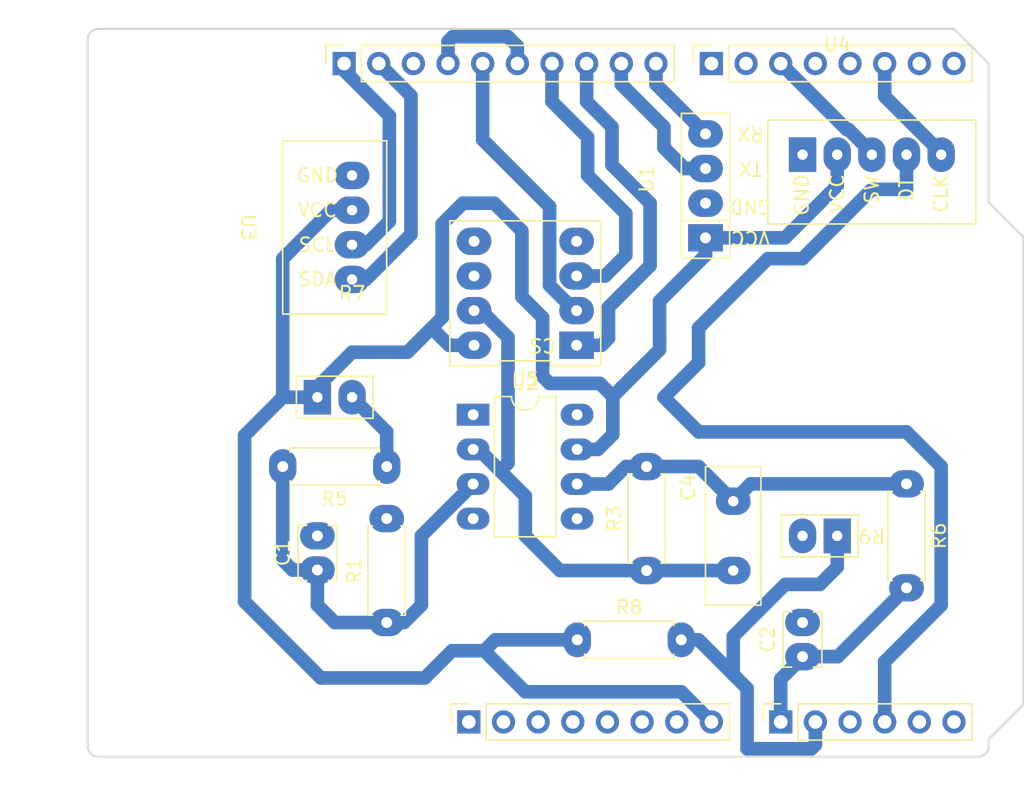
<source format=kicad_pcb>
(kicad_pcb (version 20221018) (generator pcbnew)
  (title_block (date "mar. 31 mars 2015"))
  (layers (0 "F.Cu" signal) (31 "B.Cu" signal) (34 "B.Paste" user) (35 "F.Paste" user) (36 "B.SilkS" user "B.Silkscreen") (37 "F.SilkS" user "F.Silkscreen") (38 "B.Mask" user) (39 "F.Mask" user) (44 "Edge.Cuts" user))
  (net 0 "")
  (net 1 "GND")
  (net 2 "Net-(U2-+)")
  (net 3 "+5V")
  (net 4 "/IOREF")
  (net 5 "/A0")
  (net 6 "/A1")
  (net 7 "/A2")
  (net 8 "Net-(U2-OUT)")
  (net 9 "/SDA{slash}A4")
  (net 10 "/SCL{slash}A5")
  (net 11 "/SCLK")
  (net 12 "/AREF")
  (net 13 "/SDO")
  (net 14 "/7")
  (net 15 "/TX")
  (net 16 "/RX")
  (net 17 "/CS")
  (net 19 "/SW")
  (net 20 "/*6")
  (net 21 "/DT")
  (net 22 "/TX{slash}1")
  (net 23 "/*3")
  (net 24 "/RX{slash}0")
  (net 25 "+3V3")
  (net 26 "VCC")
  (net 27 "/~{RESET}")
  (net 28 "/CLK")
  (net 29 "unconnected-(J4-Pin_4-Pad4)")
  (net 30 "Net-(R5-Pad1)")
  (net 33 "/POB")
  (net 34 "/SCL")
  (net 35 "/SDA")
  (footprint "Connector_PinSocket_2.54mm:PinSocket_1x08_P2.54mm_Vertical" (layer "F.Cu") (at 127.94 97.46 90)
    (fp_text reference "J1" hide)
    (fp_text value "Power")
    (fp_line (start -1.33 1.27) (end -1.33 19.11) (stroke (width 0.12)) (layer "F.SilkS"))
    (fp_line (start -1.33 1.27) (end 1.33 1.27) (stroke (width 0.12)) (layer "F.SilkS"))
    (fp_line (start -1.33 19.11) (end 1.33 19.11) (stroke (width 0.12)) (layer "F.SilkS"))
    (fp_line (start 0 -1.33) (end 1.33 -1.33) (stroke (width 0.12)) (layer "F.SilkS"))
    (fp_line (start 1.33 -1.33) (end 1.33 0) (stroke (width 0.12)) (layer "F.SilkS"))
    (fp_line (start 1.33 1.27) (end 1.33 19.11) (stroke (width 0.12)) (layer "F.SilkS"))
    (pad "1" thru_hole rect locked (at 0 0 90) (size 1.7 1.7) (drill 1) (layers "*.Cu" "*.Mask"))
    (pad "2" thru_hole oval locked (at 0 2.54 90) (size 1.7 1.7) (drill 1) (layers "*.Cu" "*.Mask") (net 4 "/IOREF"))
    (pad "3" thru_hole oval locked (at 0 5.08 90) (size 1.7 1.7) (drill 1) (layers "*.Cu" "*.Mask") (net 27 "/~{RESET}"))
    (pad "4" thru_hole oval locked (at 0 7.62 90) (size 1.7 1.7) (drill 1) (layers "*.Cu" "*.Mask") (net 25 "+3V3"))
    (pad "5" thru_hole oval locked (at 0 10.16 90) (size 1.7 1.7) (drill 1) (layers "*.Cu" "*.Mask") (net 3 "+5V"))
    (pad "6" thru_hole oval locked (at 0 12.7 90) (size 1.7 1.7) (drill 1) (layers "*.Cu" "*.Mask") (net 1 "GND"))
    (pad "7" thru_hole oval locked (at 0 15.24 90) (size 1.7 1.7) (drill 1) (layers "*.Cu" "*.Mask") (net 1 "GND"))
    (pad "8" thru_hole oval locked (at 0 17.78 90) (size 1.7 1.7) (drill 1) (layers "*.Cu" "*.Mask") (net 26 "VCC"))
  )
  (footprint "Connector_PinSocket_2.54mm:PinSocket_1x06_P2.54mm_Vertical" (layer "F.Cu") (at 150.8 97.46 90)
    (fp_text reference "J3" hide)
    (fp_text value "Analog")
    (fp_line (start -1.33 1.27) (end -1.33 14.03) (stroke (width 0.12)) (layer "F.SilkS"))
    (fp_line (start -1.33 1.27) (end 1.33 1.27) (stroke (width 0.12)) (layer "F.SilkS"))
    (fp_line (start -1.33 14.03) (end 1.33 14.03) (stroke (width 0.12)) (layer "F.SilkS"))
    (fp_line (start 0 -1.33) (end 1.33 -1.33) (stroke (width 0.12)) (layer "F.SilkS"))
    (fp_line (start 1.33 -1.33) (end 1.33 0) (stroke (width 0.12)) (layer "F.SilkS"))
    (fp_line (start 1.33 1.27) (end 1.33 14.03) (stroke (width 0.12)) (layer "F.SilkS"))
    (pad "1" thru_hole rect locked (at 0 0 90) (size 1.7 1.7) (drill 1) (layers "*.Cu" "*.Mask") (net 5 "/A0"))
    (pad "2" thru_hole oval locked (at 0 2.54 90) (size 1.7 1.7) (drill 1) (layers "*.Cu" "*.Mask") (net 6 "/A1"))
    (pad "3" thru_hole oval locked (at 0 5.08 90) (size 1.7 1.7) (drill 1) (layers "*.Cu" "*.Mask") (net 7 "/A2"))
    (pad "4" thru_hole oval locked (at 0 7.62 90) (size 1.7 1.7) (drill 1) (layers "*.Cu" "*.Mask") (net 21 "/DT"))
    (pad "5" thru_hole oval locked (at 0 10.16 90) (size 1.7 1.7) (drill 1) (layers "*.Cu" "*.Mask") (net 9 "/SDA{slash}A4"))
    (pad "6" thru_hole oval locked (at 0 12.7 90) (size 1.7 1.7) (drill 1) (layers "*.Cu" "*.Mask") (net 10 "/SCL{slash}A5"))
  )
  (footprint "Connector_PinSocket_2.54mm:PinSocket_1x10_P2.54mm_Vertical" (layer "F.Cu") (at 118.796 49.2 90)
    (fp_text reference "J2" hide)
    (fp_text value "Digital/PWM")
    (fp_line (start -1.33 1.27) (end -1.33 24.19) (stroke (width 0.12)) (layer "F.SilkS"))
    (fp_line (start -1.33 1.27) (end 1.33 1.27) (stroke (width 0.12)) (layer "F.SilkS"))
    (fp_line (start -1.33 24.19) (end 1.33 24.19) (stroke (width 0.12)) (layer "F.SilkS"))
    (fp_line (start 0 -1.33) (end 1.33 -1.33) (stroke (width 0.12)) (layer "F.SilkS"))
    (fp_line (start 1.33 -1.33) (end 1.33 0) (stroke (width 0.12)) (layer "F.SilkS"))
    (fp_line (start 1.33 1.27) (end 1.33 24.19) (stroke (width 0.12)) (layer "F.SilkS"))
    (pad "1" thru_hole rect locked (at 0 0 90) (size 1.7 1.7) (drill 1) (layers "*.Cu" "*.Mask") (net 34 "/SCL"))
    (pad "2" thru_hole oval locked (at 0 2.54 90) (size 1.7 1.7) (drill 1) (layers "*.Cu" "*.Mask") (net 35 "/SDA"))
    (pad "3" thru_hole oval locked (at 0 5.08 90) (size 1.7 1.7) (drill 1) (layers "*.Cu" "*.Mask") (net 12 "/AREF"))
    (pad "4" thru_hole oval locked (at 0 7.62 90) (size 1.7 1.7) (drill 1) (layers "*.Cu" "*.Mask") (net 1 "GND"))
    (pad "5" thru_hole oval locked (at 0 10.16 90) (size 1.7 1.7) (drill 1) (layers "*.Cu" "*.Mask") (net 11 "/SCLK"))
    (pad "6" thru_hole oval locked (at 0 12.7 90) (size 1.7 1.7) (drill 1) (layers "*.Cu" "*.Mask") (net 1 "GND"))
    (pad "7" thru_hole oval locked (at 0 15.24 90) (size 1.7 1.7) (drill 1) (layers "*.Cu" "*.Mask") (net 13 "/SDO"))
    (pad "8" thru_hole oval locked (at 0 17.78 90) (size 1.7 1.7) (drill 1) (layers "*.Cu" "*.Mask") (net 17 "/CS"))
    (pad "9" thru_hole oval locked (at 0 20.32 90) (size 1.7 1.7) (drill 1) (layers "*.Cu" "*.Mask") (net 15 "/TX"))
    (pad "10" thru_hole oval locked (at 0 22.86 90) (size 1.7 1.7) (drill 1) (layers "*.Cu" "*.Mask") (net 16 "/RX"))
  )
  (footprint "Connector_PinSocket_2.54mm:PinSocket_1x08_P2.54mm_Vertical" (layer "F.Cu") (at 145.72 49.2 90)
    (fp_text reference "J4" hide)
    (fp_text value "Digital/PWM")
    (fp_line (start -1.33 1.27) (end -1.33 19.11) (stroke (width 0.12)) (layer "F.SilkS"))
    (fp_line (start -1.33 1.27) (end 1.33 1.27) (stroke (width 0.12)) (layer "F.SilkS"))
    (fp_line (start -1.33 19.11) (end 1.33 19.11) (stroke (width 0.12)) (layer "F.SilkS"))
    (fp_line (start 0 -1.33) (end 1.33 -1.33) (stroke (width 0.12)) (layer "F.SilkS"))
    (fp_line (start 1.33 -1.33) (end 1.33 0) (stroke (width 0.12)) (layer "F.SilkS"))
    (fp_line (start 1.33 1.27) (end 1.33 19.11) (stroke (width 0.12)) (layer "F.SilkS"))
    (pad "1" thru_hole rect locked (at 0 0 90) (size 1.7 1.7) (drill 1) (layers "*.Cu" "*.Mask") (net 14 "/7"))
    (pad "2" thru_hole oval locked (at 0 2.54 90) (size 1.7 1.7) (drill 1) (layers "*.Cu" "*.Mask") (net 20 "/*6"))
    (pad "3" thru_hole oval locked (at 0 5.08 90) (size 1.7 1.7) (drill 1) (layers "*.Cu" "*.Mask") (net 19 "/SW"))
    (pad "4" thru_hole oval locked (at 0 7.62 90) (size 1.7 1.7) (drill 1) (layers "*.Cu" "*.Mask") (net 29 "unconnected-(J4-Pin_4-Pad4)"))
    (pad "5" thru_hole oval locked (at 0 10.16 90) (size 1.7 1.7) (drill 1) (layers "*.Cu" "*.Mask") (net 23 "/*3"))
    (pad "6" thru_hole oval locked (at 0 12.7 90) (size 1.7 1.7) (drill 1) (layers "*.Cu" "*.Mask") (net 28 "/CLK"))
    (pad "7" thru_hole oval locked (at 0 15.24 90) (size 1.7 1.7) (drill 1) (layers "*.Cu" "*.Mask") (net 22 "/TX{slash}1"))
    (pad "8" thru_hole oval locked (at 0 17.78 90) (size 1.7 1.7) (drill 1) (layers "*.Cu" "*.Mask") (net 24 "/RX{slash}0"))
  )
  (footprint "Empreinte_Capteur:Flex_sensor" (layer "F.Cu") (at 119.38 71.12)
    (fp_text reference "R7" (at 0 -5.08 unlocked) (layer "F.SilkS"))
    (fp_text value "cap_graph")
    (fp_rect (start -4.08 1) (end 1.54 4.08) (stroke (width 0.12)) (fill none) (layer "F.SilkS"))
    (pad "1" thru_hole rect (at -2.54 2.54) (size 2 2.54) (drill 0.762) (layers "*.Cu" "*.Mask") (net 26 "VCC"))
    (pad "2" thru_hole oval (at 0 2.54) (size 2 2.54) (drill 0.762) (layers "*.Cu" "*.Mask") (net 30 "Net-(R5-Pad1)"))
  )
  (footprint "Empreinte_Capteur:Resistance" (layer "F.Cu") (at 160.02 80.01 -90)
    (fp_text reference "R6" (at 3.81 -2.37 -90) (layer "F.SilkS"))
    (fp_text value "1k")
    (fp_line (start 0.54 -1.37) (end 7.08 -1.37) (stroke (width 0.12)) (layer "F.SilkS"))
    (fp_line (start 0.54 -1.04) (end 0.54 -1.37) (stroke (width 0.12)) (layer "F.SilkS"))
    (fp_line (start 0.54 1.04) (end 0.54 1.37) (stroke (width 0.12)) (layer "F.SilkS"))
    (fp_line (start 0.54 1.37) (end 7.08 1.37) (stroke (width 0.12)) (layer "F.SilkS"))
    (fp_line (start 7.08 -1.37) (end 7.08 -1.04) (stroke (width 0.12)) (layer "F.SilkS"))
    (fp_line (start 7.08 1.37) (end 7.08 1.04) (stroke (width 0.12)) (layer "F.SilkS"))
    (pad "1" thru_hole oval (at 0 0 270) (size 2 2.54) (drill 0.8) (layers "*.Cu" "*.Mask") (net 8 "Net-(U2-OUT)"))
    (pad "2" thru_hole oval (at 7.62 0 270) (size 2 2.54) (drill 0.8) (layers "*.Cu" "*.Mask") (net 5 "/A0"))
  )
  (footprint "Arduino_MountingHole:MountingHole_3.2mm" (layer "F.Cu") (at 115.24 49.2)
    (fp_text reference "MH1" hide)
    (fp_text value "MountingHole_3.2mm" hide)
    (pad "" np_thru_hole circle locked (at 0 0) (size 3.2 3.2) (drill 3.2) (layers "*.Cu" "*.Mask"))
  )
  (footprint "Empreinte_Capteur:C4" (layer "F.Cu") (at 144.78 83.82 90)
    (fp_text reference "C4" (at 3.556 -0.762 90 unlocked) (layer "F.SilkS"))
    (fp_text value "1µ")
    (fp_rect (start -5.08 0.508) (end 5.08 4.572) (stroke (width 0.12)) (fill none) (layer "F.SilkS"))
    (pad "1" thru_hole oval (at -2.54 2.54 90) (size 2 2.54) (drill 0.762) (layers "*.Cu" "*.Mask") (net 33 "/POB"))
    (pad "2" thru_hole oval (at 2.54 2.54 90) (size 2 2.54) (drill 0.762) (layers "*.Cu" "*.Mask") (net 8 "Net-(U2-OUT)"))
  )
  (footprint "Empreinte_Capteur:Bluetooth_4pattes" (layer "F.Cu") (at 145.288 58.166 90)
    (fp_text reference "U1" (at 0.508 -4.318 90) (layer "F.SilkS"))
    (fp_text value "Bluetooth")
    (fp_text user "TX" (at 1.27 3.302 180 unlocked) (layer "F.SilkS"))
    (fp_text user "RX" (at 3.81 3.302 180 unlocked) (layer "F.SilkS"))
    (fp_text user "VCC" (at -3.81 3.302 180 unlocked) (layer "F.SilkS"))
    (fp_text user "GND" (at -1.524 3.302 180 unlocked) (layer "F.SilkS"))
    (fp_line (start -5.31 -1.77) (end 5.31 -1.77) (stroke (width 0.12)) (layer "F.SilkS"))
    (fp_line (start -5.31 1.77) (end -5.31 -1.77) (stroke (width 0.12)) (layer "F.SilkS"))
    (fp_line (start -2.54 -1.77) (end -2.54 1.77) (stroke (width 0.12)) (layer "F.SilkS"))
    (fp_line (start 5.31 -1.77) (end 5.31 1.77) (stroke (width 0.12)) (layer "F.SilkS"))
    (fp_line (start 5.31 1.77) (end -5.31 1.77) (stroke (width 0.12)) (layer "F.SilkS"))
    (pad "1" thru_hole rect (at -3.81 0 90) (size 2 2.54) (drill 0.8) (layers "*.Cu" "*.Mask") (net 26 "VCC"))
    (pad "2" thru_hole oval (at -1.27 0 90) (size 2 2.54) (drill 0.8) (layers "*.Cu" "*.Mask") (net 1 "GND"))
    (pad "3" thru_hole oval (at 1.27 0 90) (size 2 2.54) (drill 0.8) (layers "*.Cu" "*.Mask") (net 15 "/TX"))
    (pad "4" thru_hole oval (at 3.81 0 90) (size 2 2.54) (drill 0.8) (layers "*.Cu" "*.Mask") (net 16 "/RX"))
  )
  (footprint "Empreinte_Capteur:Flex_sensor" (layer "F.Cu") (at 152.4 86.36 180)
    (fp_text reference "R9" (at -5.08 2.54 180 unlocked) (layer "F.SilkS"))
    (fp_text value "Flex Sensor")
    (fp_rect (start -4.08 1) (end 1.54 4.08) (stroke (width 0.12)) (fill none) (layer "F.SilkS"))
    (pad "1" thru_hole rect (at -2.54 2.54 180) (size 2 2.54) (drill 0.762) (layers "*.Cu" "*.Mask") (net 6 "/A1"))
    (pad "2" thru_hole oval (at 0 2.54 180) (size 2 2.54) (drill 0.762) (layers "*.Cu" "*.Mask") (net 1 "GND"))
  )
  (footprint "Empreinte_Capteur:Pot_Digital" (layer "F.Cu") (at 132.08 66.04 90)
    (fp_text reference "U5" (at -6.31 0) (layer "F.SilkS"))
    (fp_text value "Digital_potentiometer")
    (fp_text user "CS" (at -3.81 1.27 180 unlocked) (layer "F.SilkS"))
    (fp_line (start -5.31 -5.53) (end -5.31 -1.843333) (stroke (width 0.12)) (layer "F.SilkS"))
    (fp_line (start -5.31 -1.843333) (end -4.95 -1.843333) (stroke (width 0.12)) (layer "F.SilkS"))
    (fp_line (start -5.31 1.843333) (end -5.31 5.53) (stroke (width 0.12)) (layer "F.SilkS"))
    (fp_line (start -5.31 5.53) (end 5.31 5.53) (stroke (width 0.12)) (layer "F.SilkS"))
    (fp_line (start -4.95 -1.843333) (end -4.95 1.843333) (stroke (width 0.12)) (layer "F.SilkS"))
    (fp_line (start -4.95 1.843333) (end -5.31 1.843333) (stroke (width 0.12)) (layer "F.SilkS"))
    (fp_line (start 5.31 -5.53) (end -5.31 -5.53) (stroke (width 0.12)) (layer "F.SilkS"))
    (fp_line (start 5.31 5.53) (end 5.31 -5.53) (stroke (width 0.12)) (layer "F.SilkS"))
    (pad "1" thru_hole rect (at -3.81 3.76 90) (size 2 2.54) (drill 0.8) (layers "*.Cu" "*.Mask") (net 17 "/CS"))
    (pad "2" thru_hole oval (at -1.27 3.76 90) (size 2 2.54) (drill 0.8) (layers "*.Cu" "*.Mask") (net 11 "/SCLK"))
    (pad "3" thru_hole oval (at 1.27 3.76 90) (size 2 2.54) (drill 0.8) (layers "*.Cu" "*.Mask") (net 13 "/SDO"))
    (pad "4" thru_hole oval (at 3.81 3.76 90) (size 2 2.54) (drill 0.8) (layers "*.Cu" "*.Mask") (net 1 "GND"))
    (pad "5" thru_hole oval (at 3.81 -3.76 90) (size 2 2.54) (drill 0.8) (layers "*.Cu" "*.Mask") (net 1 "GND"))
    (pad "6" thru_hole oval (at 1.27 -3.76 90) (size 2 2.54) (drill 0.8) (layers "*.Cu" "*.Mask") (net 1 "GND"))
    (pad "7" thru_hole oval (at -1.27 -3.76 90) (size 2 2.54) (drill 0.8) (layers "*.Cu" "*.Mask") (net 33 "/POB"))
    (pad "8" thru_hole oval (at -3.81 -3.76 90) (size 2 2.54) (drill 0.8) (layers "*.Cu" "*.Mask") (net 26 "VCC"))
  )
  (footprint "Empreinte_Capteur:capa" (layer "F.Cu") (at 152.4 92.67 90)
    (fp_text reference "C2" (at 1.25 -2.55 90) (layer "F.SilkS"))
    (fp_text value "100n")
    (fp_line (start -0.77 -1.42) (end -0.77 -0.795) (stroke (width 0.12)) (layer "F.SilkS"))
    (fp_line (start -0.77 -1.42) (end 3.27 -1.42) (stroke (width 0.12)) (layer "F.SilkS"))
    (fp_line (start -0.77 0.795) (end -0.77 1.42) (stroke (width 0.12)) (layer "F.SilkS"))
    (fp_line (start -0.77 1.42) (end 3.27 1.42) (stroke (width 0.12)) (layer "F.SilkS"))
    (fp_line (start 3.27 -1.42) (end 3.27 -0.795) (stroke (width 0.12)) (layer "F.SilkS"))
    (fp_line (start 3.27 0.795) (end 3.27 1.42) (stroke (width 0.12)) (layer "F.SilkS"))
    (pad "1" thru_hole oval (at 0 0 90) (size 2 2.54) (drill 0.8) (layers "*.Cu" "*.Mask") (net 5 "/A0"))
    (pad "2" thru_hole oval (at 2.5 0 90) (size 2 2.54) (drill 0.8) (layers "*.Cu" "*.Mask") (net 1 "GND"))
  )
  (footprint "Empreinte_Capteur:Rotatoire" (layer "F.Cu") (at 154.94 55.88)
    (fp_text reference "U4" (at 0 -8.08 unlocked) (layer "F.SilkS"))
    (fp_text value "ROTATOIRE")
    (fp_text user "SW" (at 2.54 2.54 90 unlocked) (layer "F.SilkS"))
    (fp_text user "CLK" (at 7.6 2.85 90 unlocked) (layer "F.SilkS"))
    (fp_text user "DT" (at 5.08 2.54 90 unlocked) (layer "F.SilkS"))
    (fp_text user "VCC" (at 0 2.85 90 unlocked) (layer "F.SilkS"))
    (fp_text user "GND" (at -2.6 2.95 90 unlocked) (layer "F.SilkS"))
    (fp_rect (start -5.08 -2.54) (end 10.16 5.08) (stroke (width 0.12)) (fill none) (layer "F.SilkS"))
    (pad "1" thru_hole rect (at -2.54 0) (size 2 2.54) (drill 0.762) (layers "*.Cu" "*.Mask") (net 1 "GND"))
    (pad "2" thru_hole oval (at 0 0) (size 2 2.54) (drill 0.762) (layers "*.Cu" "*.Mask") (net 26 "VCC"))
    (pad "3" thru_hole oval (at 2.54 0) (size 2 2.54) (drill 0.762) (layers "*.Cu" "*.Mask") (net 19 "/SW"))
    (pad "4" thru_hole oval (at 5.08 0) (size 2 2.54) (drill 0.762) (layers "*.Cu" "*.Mask") (net 21 "/DT"))
    (pad "5" thru_hole oval (at 7.62 0) (size 2 2.54) (drill 0.762) (layers "*.Cu" "*.Mask") (net 28 "/CLK"))
  )
  (footprint "Empreinte_Capteur:Resistance" (layer "F.Cu") (at 121.92 78.74 180)
    (fp_text reference "R5" (at 3.81 -2.37 180) (layer "F.SilkS"))
    (fp_text value "10k")
    (fp_line (start 0.54 -1.37) (end 7.08 -1.37) (stroke (width 0.12)) (layer "F.SilkS"))
    (fp_line (start 0.54 -1.04) (end 0.54 -1.37) (stroke (width 0.12)) (layer "F.SilkS"))
    (fp_line (start 0.54 1.04) (end 0.54 1.37) (stroke (width 0.12)) (layer "F.SilkS"))
    (fp_line (start 0.54 1.37) (end 7.08 1.37) (stroke (width 0.12)) (layer "F.SilkS"))
    (fp_line (start 7.08 -1.37) (end 7.08 -1.04) (stroke (width 0.12)) (layer "F.SilkS"))
    (fp_line (start 7.08 1.37) (end 7.08 1.04) (stroke (width 0.12)) (layer "F.SilkS"))
    (pad "1" thru_hole oval (at 0 0 180) (size 2 2.54) (drill 0.8) (layers "*.Cu" "*.Mask") (net 30 "Net-(R5-Pad1)"))
    (pad "2" thru_hole oval (at 7.62 0 180) (size 2 2.54) (drill 0.8) (layers "*.Cu" "*.Mask") (net 2 "Net-(U2-+)"))
  )
  (footprint "Empreinte_Capteur:Resistance" (layer "F.Cu") (at 140.97 86.36 90)
    (fp_text reference "R3" (at 3.81 -2.37 90) (layer "F.SilkS"))
    (fp_text value "100k")
    (fp_line (start 0.54 -1.37) (end 7.08 -1.37) (stroke (width 0.12)) (layer "F.SilkS"))
    (fp_line (start 0.54 -1.04) (end 0.54 -1.37) (stroke (width 0.12)) (layer "F.SilkS"))
    (fp_line (start 0.54 1.04) (end 0.54 1.37) (stroke (width 0.12)) (layer "F.SilkS"))
    (fp_line (start 0.54 1.37) (end 7.08 1.37) (stroke (width 0.12)) (layer "F.SilkS"))
    (fp_line (start 7.08 -1.37) (end 7.08 -1.04) (stroke (width 0.12)) (layer "F.SilkS"))
    (fp_line (start 7.08 1.37) (end 7.08 1.04) (stroke (width 0.12)) (layer "F.SilkS"))
    (pad "1" thru_hole oval (at 0 0 90) (size 2 2.54) (drill 0.8) (layers "*.Cu" "*.Mask") (net 33 "/POB"))
    (pad "2" thru_hole oval (at 7.62 0 90) (size 2 2.54) (drill 0.8) (layers "*.Cu" "*.Mask") (net 8 "Net-(U2-OUT)"))
  )
  (footprint "Empreinte_Capteur:Resistance" (layer "F.Cu") (at 121.92 90.17 90)
    (fp_text reference "R1" (at 3.81 -2.37 90) (layer "F.SilkS"))
    (fp_text value "100k")
    (fp_line (start 0.54 -1.37) (end 7.08 -1.37) (stroke (width 0.12)) (layer "F.SilkS"))
    (fp_line (start 0.54 -1.04) (end 0.54 -1.37) (stroke (width 0.12)) (layer "F.SilkS"))
    (fp_line (start 0.54 1.04) (end 0.54 1.37) (stroke (width 0.12)) (layer "F.SilkS"))
    (fp_line (start 0.54 1.37) (end 7.08 1.37) (stroke (width 0.12)) (layer "F.SilkS"))
    (fp_line (start 7.08 -1.37) (end 7.08 -1.04) (stroke (width 0.12)) (layer "F.SilkS"))
    (fp_line (start 7.08 1.37) (end 7.08 1.04) (stroke (width 0.12)) (layer "F.SilkS"))
    (pad "1" thru_hole oval (at 0 0 90) (size 2 2.54) (drill 0.8) (layers "*.Cu" "*.Mask") (net 2 "Net-(U2-+)"))
    (pad "2" thru_hole oval (at 7.62 0 90) (size 2 2.54) (drill 0.8) (layers "*.Cu" "*.Mask") (net 1 "GND"))
  )
  (footprint "Empreinte_Capteur:Resistance" (layer "F.Cu") (at 135.89 91.44)
    (fp_text reference "R8" (at 3.81 -2.37) (layer "F.SilkS"))
    (fp_text value "39k")
    (fp_line (start 0.54 -1.37) (end 7.08 -1.37) (stroke (width 0.12)) (layer "F.SilkS"))
    (fp_line (start 0.54 -1.04) (end 0.54 -1.37) (stroke (width 0.12)) (layer "F.SilkS"))
    (fp_line (start 0.54 1.04) (end 0.54 1.37) (stroke (width 0.12)) (layer "F.SilkS"))
    (fp_line (start 0.54 1.37) (end 7.08 1.37) (stroke (width 0.12)) (layer "F.SilkS"))
    (fp_line (start 7.08 -1.37) (end 7.08 -1.04) (stroke (width 0.12)) (layer "F.SilkS"))
    (fp_line (start 7.08 1.37) (end 7.08 1.04) (stroke (width 0.12)) (layer "F.SilkS"))
    (pad "1" thru_hole oval (at 0 0) (size 2 2.54) (drill 0.8) (layers "*.Cu" "*.Mask") (net 26 "VCC"))
    (pad "2" thru_hole oval (at 7.62 0) (size 2 2.54) (drill 0.8) (layers "*.Cu" "*.Mask") (net 6 "/A1"))
  )
  (footprint "Empreinte_Capteur:capa" (layer "F.Cu") (at 116.84 86.32 90)
    (fp_text reference "C1" (at 1.25 -2.55 90) (layer "F.SilkS"))
    (fp_text value "100n")
    (fp_line (start -0.77 -1.42) (end -0.77 -0.795) (stroke (width 0.12)) (layer "F.SilkS"))
    (fp_line (start -0.77 -1.42) (end 3.27 -1.42) (stroke (width 0.12)) (layer "F.SilkS"))
    (fp_line (start -0.77 0.795) (end -0.77 1.42) (stroke (width 0.12)) (layer "F.SilkS"))
    (fp_line (start -0.77 1.42) (end 3.27 1.42) (stroke (width 0.12)) (layer "F.SilkS"))
    (fp_line (start 3.27 -1.42) (end 3.27 -0.795) (stroke (width 0.12)) (layer "F.SilkS"))
    (fp_line (start 3.27 0.795) (end 3.27 1.42) (stroke (width 0.12)) (layer "F.SilkS"))
    (pad "1" thru_hole oval (at 0 0 90) (size 2 2.54) (drill 0.8) (layers "*.Cu" "*.Mask") (net 2 "Net-(U2-+)"))
    (pad "2" thru_hole oval (at 2.5 0 90) (size 2 2.54) (drill 0.8) (layers "*.Cu" "*.Mask") (net 1 "GND"))
  )
  (footprint "Package_DIP:DIP-8_W7.62mm_LongPads" (layer "F.Cu") (at 128.255 74.94)
    (fp_text reference "U2" (at 3.81 -2.33) (layer "F.SilkS"))
    (fp_text value "LT1050")
    (fp_line (start 1.56 -1.33) (end 1.56 8.95) (stroke (width 0.12)) (layer "F.SilkS"))
    (fp_line (start 1.56 8.95) (end 6.06 8.95) (stroke (width 0.12)) (layer "F.SilkS"))
    (fp_line (start 2.81 -1.33) (end 1.56 -1.33) (stroke (width 0.12)) (layer "F.SilkS"))
    (fp_line (start 6.06 -1.33) (end 4.81 -1.33) (stroke (width 0.12)) (layer "F.SilkS"))
    (fp_line (start 6.06 8.95) (end 6.06 -1.33) (stroke (width 0.12)) (layer "F.SilkS"))
    (fp_arc (start 4.81 -1.33) (mid 3.81 -0.33) (end 2.81 -1.33) (stroke (width 0.12)) (layer "F.SilkS"))
    (pad "1" thru_hole rect (at 0 0) (size 2.4 1.6) (drill 0.8) (layers "*.Cu" "*.Mask"))
    (pad "2" thru_hole oval (at 0 2.54) (size 2.4 1.6) (drill 0.8) (layers "*.Cu" "*.Mask") (net 33 "/POB"))
    (pad "3" thru_hole oval (at 0 5.08) (size 2.4 1.6) (drill 0.8) (layers "*.Cu" "*.Mask") (net 2 "Net-(U2-+)"))
    (pad "4" thru_hole oval (at 0 7.62) (size 2.4 1.6) (drill 0.8) (layers "*.Cu" "*.Mask") (net 1 "GND"))
    (pad "5" thru_hole oval (at 7.62 7.62) (size 2.4 1.6) (drill 0.8) (layers "*.Cu" "*.Mask"))
    (pad "6" thru_hole oval (at 7.62 5.08) (size 2.4 1.6) (drill 0.8) (layers "*.Cu" "*.Mask") (net 8 "Net-(U2-OUT)"))
    (pad "7" thru_hole oval (at 7.62 2.54) (size 2.4 1.6) (drill 0.8) (layers "*.Cu" "*.Mask") (net 26 "VCC"))
    (pad "8" thru_hole oval (at 7.62 0) (size 2.4 1.6) (drill 0.8) (layers "*.Cu" "*.Mask"))
  )
  (footprint "Empreinte_Capteur:OLED" (layer "F.Cu") (at 119.38 62.484 -90)
    (fp_text reference "U3" (at -1.27 7.62 -90 unlocked) (layer "F.SilkS"))
    (fp_text value "OLED")
    (fp_text user "SDA" (at 2.54 2.54 unlocked) (layer "F.SilkS"))
    (fp_text user "SCL" (at 0 2.54 unlocked) (layer "F.SilkS"))
    (fp_text user "GND" (at -5.08 2.54 unlocked) (layer "F.SilkS"))
    (fp_text user "VCC" (at -2.54 2.54 unlocked) (layer "F.SilkS"))
    (fp_rect (start -7.62 -2.54) (end 5.08 5.08) (stroke (width 0.12)) (fill none) (layer "F.SilkS"))
    (pad "1" thru_hole oval (at -5.08 0 270) (size 2 2.54) (drill 0.762) (layers "*.Cu" "*.Mask") (net 1 "GND"))
    (pad "2" thru_hole oval (at -2.54 0 270) (size 2 2.54) (drill 0.762) (layers "*.Cu" "*.Mask") (net 26 "VCC"))
    (pad "3" thru_hole oval (at 0 0 270) (size 2 2.54) (drill 0.762) (layers "*.Cu" "*.Mask") (net 34 "/SCL"))
    (pad "4" thru_hole oval (at 2.54 0 270) (size 2 2.54) (drill 0.762) (layers "*.Cu" "*.Mask") (net 35 "/SDA"))
  )
  (footprint "Arduino_MountingHole:MountingHole_3.2mm" (layer "F.Cu") (at 113.97 97.46)
    (fp_text reference "MH2" hide)
    (fp_text value "MountingHole_3.2mm" hide)
    (pad "" np_thru_hole circle locked (at 0 0) (size 3.2 3.2) (drill 3.2) (layers "*.Cu" "*.Mask"))
  )
  (footprint "Arduino_MountingHole:MountingHole_3.2mm" (layer "F.Cu") (at 166.04 64.44)
    (fp_text reference "MH3" hide)
    (fp_text value "MountingHole_3.2mm" hide)
    (pad "" np_thru_hole circle locked (at 0 0) (size 3.2 3.2) (drill 3.2) (layers "*.Cu" "*.Mask"))
  )
  (footprint "Arduino_MountingHole:MountingHole_3.2mm" (layer "F.Cu") (at 166.04 92.38)
    (fp_text reference "MH4" hide)
    (fp_text value "MountingHole_3.2mm" hide)
    (pad "" np_thru_hole circle locked (at 0 0) (size 3.2 3.2) (drill 3.2) (layers "*.Cu" "*.Mask"))
  )
  (gr_line (start 166.04 59.36) (end 168.58 61.9) (stroke (width 0.15)) (layer "Edge.Cuts"))
  (gr_line (start 100 99.238) (end 100 47.422) (stroke (width 0.15)) (layer "Edge.Cuts"))
  (gr_line (start 168.58 61.9) (end 168.58 96.19) (stroke (width 0.15)) (layer "Edge.Cuts"))
  (gr_line (start 165.278 100) (end 100.762 100) (stroke (width 0.15)) (layer "Edge.Cuts"))
  (gr_line (start 100.762 46.66) (end 163.5 46.66) (stroke (width 0.15)) (layer "Edge.Cuts"))
  (gr_arc (start 100.762 100) (mid 100.223185 99.776815) (end 100 99.238) (stroke (width 0.15)) (layer "Edge.Cuts"))
  (gr_line (start 168.58 96.19) (end 166.04 98.73) (stroke (width 0.15)) (layer "Edge.Cuts"))
  (gr_line (start 163.5 46.66) (end 166.04 49.2) (stroke (width 0.15)) (layer "Edge.Cuts"))
  (gr_arc (start 166.04 99.238) (mid 165.816815 99.776815) (end 165.278 100) (stroke (width 0.15)) (layer "Edge.Cuts"))
  (gr_line (start 166.04 49.2) (end 166.04 59.36) (stroke (width 0.15)) (layer "Edge.Cuts"))
  (gr_line (start 166.04 98.73) (end 166.04 99.238) (stroke (width 0.15)) (layer "Edge.Cuts"))
  (gr_arc (start 100 47.422) (mid 100.223185 46.883185) (end 100.762 46.66) (stroke (width 0.15)) (layer "Edge.Cuts"))
  (segment (start 126.416 49.2) (end 126.416 47.574) (width 1) (layer "B.Cu") (net 1))
  (segment (start 126.755 47.235) (end 130.801 47.235) (width 1) (layer "B.Cu") (net 1))
  (segment (start 131.496 47.93) (end 131.496 49.2) (width 1) (layer "B.Cu") (net 1))
  (segment (start 126.416 47.574) (end 126.755 47.235) (width 1) (layer "B.Cu") (net 1))
  (segment (start 128.32 62.23) (end 128.778 62.23) (width 1) (layer "B.Cu") (net 1))
  (segment (start 130.801 47.235) (end 131.496 47.93) (width 1) (layer "B.Cu") (net 1))
  (segment (start 123.19 90.17) (end 121.92 90.17) (width 1) (layer "B.Cu") (net 2))
  (segment (start 118.11 90.17) (end 121.92 90.17) (width 1) (layer "B.Cu") (net 2))
  (segment (start 116.84 88.9) (end 118.11 90.17) (width 1) (layer "B.Cu") (net 2))
  (segment (start 116.84 86.32) (end 116.84 88.9) (width 1) (layer "B.Cu") (net 2))
  (segment (start 114.3 85.598) (end 115.022 86.32) (width 1) (layer "B.Cu") (net 2))
  (segment (start 115.022 86.32) (end 116.84 86.32) (width 1) (layer "B.Cu") (net 2))
  (segment (start 128.255 80.02) (end 128.255 80.025) (width 1) (layer "B.Cu") (net 2))
  (segment (start 124.46 83.82) (end 124.46 88.9) (width 1) (layer "B.Cu") (net 2))
  (segment (start 128.255 80.025) (end 124.46 83.82) (width 1) (layer "B.Cu") (net 2))
  (segment (start 114.3 78.74) (end 114.3 85.598) (width 1) (layer "B.Cu") (net 2))
  (segment (start 124.46 88.9) (end 123.19 90.17) (width 1) (layer "B.Cu") (net 2))
  (segment (start 150.8 94.31) (end 150.8 97.46) (width 1) (layer "B.Cu") (net 5))
  (segment (start 160.02 87.63) (end 154.98 92.67) (width 1) (layer "B.Cu") (net 5))
  (segment (start 152.4 92.67) (end 152.4 92.71) (width 1) (layer "B.Cu") (net 5))
  (segment (start 154.98 92.67) (end 152.4 92.67) (width 1) (layer "B.Cu") (net 5))
  (segment (start 152.4 92.71) (end 150.8 94.31) (width 1) (layer "B.Cu") (net 5))
  (segment (start 153.34 99.136) (end 153.34 97.46) (width 1) (layer "B.Cu") (net 6))
  (segment (start 154.94 86.106) (end 153.67 87.376) (width 1) (layer "B.Cu") (net 6))
  (segment (start 151.13 87.376) (end 147.32 91.186) (width 1) (layer "B.Cu") (net 6))
  (segment (start 143.51 91.44) (end 144.78 91.44) (width 1) (layer "B.Cu") (net 6))
  (segment (start 148.336 94.996) (end 148.336 99.425) (width 1) (layer "B.Cu") (net 6))
  (segment (start 154.94 83.82) (end 154.94 86.106) (width 1) (layer "B.Cu") (net 6))
  (segment (start 148.336 99.425) (end 153.051 99.425) (width 1) (layer "B.Cu") (net 6))
  (segment (start 147.32 93.98) (end 148.336 94.996) (width 1) (layer "B.Cu") (net 6))
  (segment (start 144.78 91.44) (end 147.32 93.98) (width 1) (layer "B.Cu") (net 6))
  (segment (start 147.32 91.186) (end 147.32 93.98) (width 1) (layer "B.Cu") (net 6))
  (segment (start 153.67 87.376) (end 151.13 87.376) (width 1) (layer "B.Cu") (net 6))
  (segment (start 153.051 99.425) (end 153.34 99.136) (width 1) (layer "B.Cu") (net 6))
  (segment (start 140.97 78.74) (end 144.78 78.74) (width 1) (layer "B.Cu") (net 8))
  (segment (start 160.02 80.01) (end 148.59 80.01) (width 1) (layer "B.Cu") (net 8))
  (segment (start 138.166 80.02) (end 139.446 78.74) (width 1) (layer "B.Cu") (net 8))
  (segment (start 144.78 78.74) (end 147.32 81.28) (width 1) (layer "B.Cu") (net 8))
  (segment (start 135.875 80.02) (end 138.166 80.02) (width 1) (layer "B.Cu") (net 8))
  (segment (start 148.59 80.01) (end 147.32 81.28) (width 1) (layer "B.Cu") (net 8))
  (segment (start 139.446 78.74) (end 140.97 78.74) (width 1) (layer "B.Cu") (net 8))
  (segment (start 128.956 54.788) (end 128.956 49.2) (width 1) (layer "B.Cu") (net 11))
  (segment (start 135.705837 67.31) (end 133.858 65.462163) (width 1) (layer "B.Cu") (net 11))
  (segment (start 135.84 67.31) (end 135.705837 67.31) (width 1) (layer "B.Cu") (net 11))
  (segment (start 133.858 65.462163) (end 133.858 59.69) (width 1) (layer "B.Cu") (net 11))
  (segment (start 133.858 59.69) (end 128.956 54.788) (width 1) (layer "B.Cu") (net 11))
  (segment (start 139.446 63.246) (end 139.446 60.198) (width 1) (layer "B.Cu") (net 13))
  (segment (start 136.652 57.404) (end 136.652 54.61) (width 1) (layer "B.Cu") (net 13))
  (segment (start 136.652 54.61) (end 134.036 51.994) (width 1) (layer "B.Cu") (net 13))
  (segment (start 139.446 60.198) (end 136.652 57.404) (width 1) (layer "B.Cu") (net 13))
  (segment (start 135.84 64.77) (end 137.922 64.77) (width 1) (layer "B.Cu") (net 13))
  (segment (start 135.84 64.77) (end 135.705837 64.77) (width 1) (layer "B.Cu") (net 13))
  (segment (start 133.87 49.366) (end 134.036 49.2) (width 1) (layer "B.Cu") (net 13))
  (segment (start 137.922 64.77) (end 139.446 63.246) (width 1) (layer "B.Cu") (net 13))
  (segment (start 134.036 51.994) (end 134.036 49.2) (width 1) (layer "B.Cu") (net 13))
  (segment (start 139.116 50.724) (end 142.24 53.848) (width 1) (layer "B.Cu") (net 15))
  (segment (start 143.764 56.896) (end 145.288 56.896) (width 1) (layer "B.Cu") (net 15))
  (segment (start 142.24 53.848) (end 142.24 55.372) (width 1) (layer "B.Cu") (net 15))
  (segment (start 142.24 55.372) (end 143.764 56.896) (width 1) (layer "B.Cu") (net 15))
  (segment (start 139.116 49.2) (end 139.116 50.724) (width 1) (layer "B.Cu") (net 15))
  (segment (start 141.656 50.724) (end 141.656 49.2) (width 1) (layer "B.Cu") (net 16))
  (segment (start 145.288 54.356) (end 141.656 50.724) (width 1) (layer "B.Cu") (net 16))
  (segment (start 141.224 59.436) (end 138.43 56.642) (width 1) (layer "B.Cu") (net 17))
  (segment (start 138.176 67.056) (end 141.224 64.008) (width 1) (layer "B.Cu") (net 17))
  (segment (start 141.224 64.008) (end 141.224 59.436) (width 1) (layer "B.Cu") (net 17))
  (segment (start 138.176 69.342) (end 138.176 67.056) (width 1) (layer "B.Cu") (net 17))
  (segment (start 137.668 69.85) (end 138.176 69.342) (width 1) (layer "B.Cu") (net 17))
  (segment (start 138.43 53.848) (end 138.43 56.642) (width 1) (layer "B.Cu") (net 17))
  (segment (start 135.84 69.85) (end 137.668 69.85) (width 1) (layer "B.Cu") (net 17))
  (segment (start 138.43 53.848) (end 136.576 51.994) (width 1) (layer "B.Cu") (net 17))
  (segment (start 136.576 51.994) (end 136.576 49.2) (width 1) (layer "B.Cu") (net 17))
  (segment (start 157.48 55.88) (end 157.48 55.745837) (width 1) (layer "B.Cu") (net 19))
  (segment (start 155.769081 54.034918) (end 155.634918 54.034918) (width 1) (layer "B.Cu") (net 19))
  (segment (start 155.634918 54.034918) (end 150.8 49.2) (width 1) (layer "B.Cu") (net 19))
  (segment (start 157.48 55.745837) (end 155.769081 54.034918) (width 1) (layer "B.Cu") (net 19))
  (segment (start 144.78 76.2) (end 160.02 76.2) (width 1) (layer "B.Cu") (net 21))
  (segment (start 160.02 58.42) (end 157.48 58.42) (width 1) (layer "B.Cu") (net 21))
  (segment (start 162.56 88.9) (end 158.42 93.04) (width 1) (layer "B.Cu") (net 21))
  (segment (start 142.24 73.66) (end 144.78 76.2) (width 1) (layer "B.Cu") (net 21))
  (segment (start 144.78 71.12) (end 142.24 73.66) (width 1) (layer "B.Cu") (net 21))
  (segment (start 157.48 58.42) (end 152.4 63.5) (width 1) (layer "B.Cu") (net 21))
  (segment (start 160.02 76.2) (end 162.56 78.74) (width 1) (layer "B.Cu") (net 21))
  (segment (start 160.02 55.88) (end 160.02 58.42) (width 1) (layer "B.Cu") (net 21))
  (segment (start 162.56 78.74) (end 162.56 88.9) (width 1) (layer "B.Cu") (net 21))
  (segment (start 160.02 55.88) (end 160.02 55.745837) (width 1) (layer "B.Cu") (net 21))
  (segment (start 152.4 63.5) (end 149.86 63.5) (width 1) (layer "B.Cu") (net 21))
  (segment (start 149.86 63.5) (end 144.78 68.58) (width 1) (layer "B.Cu") (net 21))
  (segment (start 144.78 68.58) (end 144.78 71.12) (width 1) (layer "B.Cu") (net 21))
  (segment (start 158.42 93.04) (end 158.42 97.46) (width 1) (layer "B.Cu") (net 21))
  (segment (start 133.35 67.818) (end 133.35 72.136) (width 1) (layer "B.Cu") (net 26))
  (segment (start 138.49242 76.39158) (end 138.49242 73.59758) (width 1) (layer "B.Cu") (net 26))
  (segment (start 131.826 61.468) (end 131.826 66.294) (width 1) (layer "B.Cu") (net 26))
  (segment (start 116.84 72.898) (end 116.84 73.66) (width 1) (layer "B.Cu") (net 26))
  (segment (start 114.3 63.5) (end 114.3 73.66) (width 1) (layer "B.Cu") (net 26))
  (segment (start 129.794 59.436) (end 131.826 61.468) (width 1) (layer "B.Cu") (net 26))
  (segment (start 151.114 61.976) (end 145.288 61.976) (width 1) (layer "B.Cu") (net 26))
  (segment (start 119.38 70.358) (end 116.84 72.898) (width 1) (layer "B.Cu") (net 26))
  (segment (start 141.92358 70.16642) (end 141.92358 69.65842) (width 1) (layer "B.Cu") (net 26))
  (segment (start 117.094 94.234) (end 111.506 88.646) (width 1) (layer "B.Cu") (net 26))
  (segment (start 117.856 59.944) (end 114.3 63.5) (width 1) (layer "B.Cu") (net 26))
  (segment (start 131.826 66.294) (end 133.35 67.818) (width 1) (layer "B.Cu") (net 26))
  (segment (start 135.875 77.48) (end 137.404 77.48) (width 1) (layer "B.Cu") (net 26))
  (segment (start 139.7 72.39) (end 141.92358 70.16642) (width 1) (layer "B.Cu") (net 26))
  (segment (start 119.38 59.944) (end 117.856 59.944) (width 1) (layer "B.Cu") (net 26))
  (segment (start 141.92358 66.61042) (end 145.288 63.246) (width 1) (layer "B.Cu") (net 26))
  (segment (start 126.708001 92.239999) (end 124.714 94.234) (width 1) (layer "B.Cu") (net 26))
  (segment (start 116.84 73.66) (end 114.3 73.66) (width 1) (layer "B.Cu") (net 26))
  (segment (start 133.858 72.644) (end 137.53884 72.644) (width 1) (layer "B.Cu") (net 26))
  (segment (start 123.444 70.358) (end 119.38 70.358) (width 1) (layer "B.Cu") (net 26))
  (segment (start 128.32 69.85) (end 128.32 69.90632) (width 1) (layer "B.Cu") (net 26))
  (segment (start 154.94 58.15) (end 151.114 61.976) (width 1) (layer "B.Cu") (net 26))
  (segment (start 116.84 73.66) (end 114.554 73.66) (width 1) (layer "B.Cu") (net 26))
  (segment (start 124.714 94.234) (end 117.094 94.234) (width 1) (layer "B.Cu") (net 26))
  (segment (start 132.08 95.25) (end 143.51 95.25) (width 1) (layer "B.Cu") (net 26))
  (segment (start 135.89 91.44) (end 129.869998 91.44) (width 1) (layer "B.Cu") (net 26))
  (segment (start 143.51 95.25) (end 145.72 97.46) (width 1) (layer "B.Cu") (net 26))
  (segment (start 129.069999 92.239999) (end 132.08 95.25) (width 1) (layer "B.Cu") (net 26))
  (segment (start 133.35 72.136) (end 133.858 72.644) (width 1) (layer "B.Cu") (net 26))
  (segment (start 111.506 76.454) (end 114.3 73.66) (width 1) (layer "B.Cu") (net 26))
  (segment (start 125.984 67.818) (end 125.984 60.96) (width 1) (layer "B.Cu") (net 26))
  (segment (start 127.508 59.436) (end 129.794 59.436) (width 1) (layer "B.Cu") (net 26))
  (segment (start 138.49242 73.59758) (end 139.7 72.39) (width 1) (layer "B.Cu") (net 26))
  (segment (start 154.94 55.88) (end 154.94 58.15) (width 1) (layer "B.Cu") (net 26))
  (segment (start 125.222 68.58) (end 123.444 70.358) (width 1) (layer "B.Cu") (net 26))
  (segment (start 126.492 69.85) (end 125.222 68.58) (width 1) (layer "B.Cu") (net 26))
  (segment (start 137.53884 72.644) (end 138.49242 73.59758) (width 1) (layer "B.Cu") (net 26))
  (segment (start 129.069999 92.239999) (end 126.708001 92.239999) (width 1) (layer "B.Cu") (net 26))
  (segment (start 111.506 88.646) (end 111.506 76.454) (width 1) (layer "B.Cu") (net 26))
  (segment (start 137.404 77.48) (end 138.49242 76.39158) (width 1) (layer "B.Cu") (net 26))
  (segment (start 128.32 69.85) (end 126.492 69.85) (width 1) (layer "B.Cu") (net 26))
  (segment (start 129.869998 91.44) (end 129.069999 92.239999) (width 1) (layer "B.Cu") (net 26))
  (segment (start 125.222 68.58) (end 125.984 67.818) (width 1) (layer "B.Cu") (net 26))
  (segment (start 125.984 60.96) (end 127.508 59.436) (width 1) (layer "B.Cu") (net 26))
  (segment (start 141.92358 69.65842) (end 141.92358 66.61042) (width 1) (layer "B.Cu") (net 26))
  (segment (start 145.288 63.246) (end 145.288 61.976) (width 1) (layer "B.Cu") (net 26))
  (segment (start 162.56 55.745837) (end 158.42 51.605837) (width 1) (layer "B.Cu") (net 28))
  (segment (start 158.42 51.605837) (end 158.42 49.2) (width 1) (layer "B.Cu") (net 28))
  (segment (start 153.474163 49.2) (end 153.34 49.2) (width 1) (layer "B.Cu") (net 29))
  (segment (start 121.92 76.2) (end 121.92 78.74) (width 1) (layer "B.Cu") (net 30))
  (segment (start 119.38 73.66) (end 121.92 76.2) (width 1) (layer "B.Cu") (net 30))
  (segment (start 130.81 78.486) (end 130.683 78.613) (width 1) (layer "B.Cu") (net 33))
  (segment (start 128.848 67.31) (end 130.81 69.272) (width 1) (layer "B.Cu") (net 33))
  (segment (start 140.97 86.36) (end 134.62 86.36) (width 1) (layer "B.Cu") (net 33))
  (segment (start 130.683 78.613) (end 130.2355 79.0605) (width 1) (layer "B.Cu") (net 33))
  (segment (start 128.255 77.48) (end 128.655 77.48) (width 1) (layer "B.Cu") (net 33))
  (segment (start 128.655 77.48) (end 130.2355 79.0605) (width 1) (layer "B.Cu") (net 33))
  (segment (start 128.255 77.48) (end 128.255 77.485) (width 1) (layer "B.Cu") (net 33))
  (segment (start 132.08 83.82) (end 132.08 80.905) (width 1) (layer "B.Cu") (net 33))
  (segment (start 128.32 67.31) (end 128.848 67.31) (width 1) (layer "B.Cu") (net 33))
  (segment (start 140.97 86.36) (end 147.32 86.36) (width 1) (layer "B.Cu") (net 33))
  (segment (start 130.81 69.272) (end 130.81 78.486) (width 1) (layer "B.Cu") (net 33))
  (segment (start 132.08 80.905) (end 130.2355 79.0605) (width 1) (layer "B.Cu") (net 33))
  (segment (start 134.62 86.36) (end 132.08 83.82) (width 1) (layer "B.Cu") (net 33))
  (segment (start 122.112 53.024) (end 118.796 49.708) (width 1) (layer "B.Cu") (net 34))
  (segment (start 119.38 62.484) (end 120.396 62.484) (width 1) (layer "B.Cu") (net 34))
  (segment (start 122.112 60.768) (end 122.112 53.024) (width 1) (layer "B.Cu") (net 34))
  (segment (start 118.796 49.708) (end 118.796 49.2) (width 1) (layer "B.Cu") (net 34))
  (segment (start 120.396 62.484) (end 122.112 60.768) (width 1) (layer "B.Cu") (net 34))
  (segment (start 120.396 65.024) (end 123.698 61.722) (width 1) (layer "B.Cu") (net 35))
  (segment (start 123.317 51.181) (end 121.336 49.2) (width 1) (layer "B.Cu") (net 35))
  (segment (start 123.698 61.722) (end 123.698 51.562) (width 1) (layer "B.Cu") (net 35))
  (segment (start 123.698 51.562) (end 123.317 51.181) (width 1) (layer "B.Cu") (net 35))
  (segment (start 119.38 65.024) (end 120.396 65.024) (width 1) (layer "B.Cu") (net 35))
  (segment (start 121.158 49.378) (end 121.336 49.2) (width 1) (layer "B.Cu") (net 35))
)
</source>
